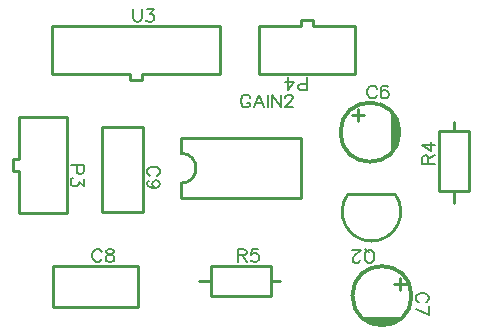
<source format=gto>
G04 Layer: TopSilkscreenLayer*
G04 EasyEDA v6.5.34, 2023-09-19 01:31:31*
G04 170e72c34f8a4f55a7d3165c71e960a0,2c7f107921f9494b8657ce3d0c88cbd9,10*
G04 Gerber Generator version 0.2*
G04 Scale: 100 percent, Rotated: No, Reflected: No *
G04 Dimensions in millimeters *
G04 leading zeros omitted , absolute positions ,4 integer and 5 decimal *
%FSLAX45Y45*%
%MOMM*%

%ADD10C,0.1524*%
%ADD11C,0.2540*%
%ADD12C,0.3000*%

%LPD*%
D10*
X1663677Y14174190D02*
G01*
X1663677Y14096212D01*
X1669011Y14080718D01*
X1679171Y14070304D01*
X1694919Y14065224D01*
X1705333Y14065224D01*
X1720827Y14070304D01*
X1731241Y14080718D01*
X1736321Y14096212D01*
X1736321Y14174190D01*
X1781025Y14174190D02*
G01*
X1838175Y14174190D01*
X1807187Y14132788D01*
X1822681Y14132788D01*
X1833095Y14127454D01*
X1838175Y14122374D01*
X1843509Y14106626D01*
X1843509Y14096212D01*
X1838175Y14080718D01*
X1827761Y14070304D01*
X1812267Y14065224D01*
X1796773Y14065224D01*
X1781025Y14070304D01*
X1775945Y14075638D01*
X1770611Y14085798D01*
X4113809Y12865077D02*
G01*
X4222775Y12865077D01*
X4113809Y12865077D02*
G01*
X4113809Y12911813D01*
X4118889Y12927561D01*
X4124223Y12932641D01*
X4134637Y12937721D01*
X4145051Y12937721D01*
X4155211Y12932641D01*
X4160545Y12927561D01*
X4165625Y12911813D01*
X4165625Y12865077D01*
X4165625Y12901399D02*
G01*
X4222775Y12937721D01*
X4113809Y13024081D02*
G01*
X4186453Y12972011D01*
X4186453Y13049989D01*
X4113809Y13024081D02*
G01*
X4222775Y13024081D01*
X2552677Y12142190D02*
G01*
X2552677Y12033224D01*
X2552677Y12142190D02*
G01*
X2599413Y12142190D01*
X2615161Y12137110D01*
X2620241Y12131776D01*
X2625321Y12121362D01*
X2625321Y12110948D01*
X2620241Y12100788D01*
X2615161Y12095454D01*
X2599413Y12090374D01*
X2552677Y12090374D01*
X2588999Y12090374D02*
G01*
X2625321Y12033224D01*
X2722095Y12142190D02*
G01*
X2670025Y12142190D01*
X2664945Y12095454D01*
X2670025Y12100788D01*
X2685773Y12105868D01*
X2701267Y12105868D01*
X2716761Y12100788D01*
X2727175Y12090374D01*
X2732509Y12074626D01*
X2732509Y12064212D01*
X2727175Y12048718D01*
X2716761Y12038304D01*
X2701267Y12033224D01*
X2685773Y12033224D01*
X2670025Y12038304D01*
X2664945Y12043638D01*
X2659611Y12053798D01*
X3677180Y12025909D02*
G01*
X3687594Y12030989D01*
X3698008Y12041403D01*
X3703088Y12051817D01*
X3708422Y12067311D01*
X3708422Y12093473D01*
X3703088Y12108967D01*
X3698008Y12119381D01*
X3687594Y12129795D01*
X3677180Y12134875D01*
X3656352Y12134875D01*
X3645938Y12129795D01*
X3635778Y12119381D01*
X3630444Y12108967D01*
X3625364Y12093473D01*
X3625364Y12067311D01*
X3630444Y12051817D01*
X3635778Y12041403D01*
X3645938Y12030989D01*
X3656352Y12025909D01*
X3677180Y12025909D01*
X3661686Y12114301D02*
G01*
X3630444Y12145289D01*
X3585740Y12051817D02*
G01*
X3585740Y12046737D01*
X3580660Y12036323D01*
X3575326Y12030989D01*
X3564912Y12025909D01*
X3544338Y12025909D01*
X3533924Y12030989D01*
X3528590Y12036323D01*
X3523510Y12046737D01*
X3523510Y12057151D01*
X3528590Y12067311D01*
X3539004Y12083059D01*
X3591074Y12134875D01*
X3518176Y12134875D01*
X1245590Y12852422D02*
G01*
X1136624Y12852422D01*
X1245590Y12852422D02*
G01*
X1245590Y12805686D01*
X1240510Y12789938D01*
X1235176Y12784858D01*
X1224762Y12779778D01*
X1209268Y12779778D01*
X1198854Y12784858D01*
X1193774Y12789938D01*
X1188440Y12805686D01*
X1188440Y12852422D01*
X1245590Y12735074D02*
G01*
X1245590Y12677924D01*
X1204188Y12708912D01*
X1204188Y12693418D01*
X1198854Y12683004D01*
X1193774Y12677924D01*
X1178026Y12672590D01*
X1167612Y12672590D01*
X1152118Y12677924D01*
X1141704Y12688338D01*
X1136624Y12703832D01*
X1136624Y12719326D01*
X1141704Y12735074D01*
X1147038Y12740154D01*
X1157198Y12745488D01*
X3136922Y13486409D02*
G01*
X3136922Y13595375D01*
X3136922Y13486409D02*
G01*
X3090186Y13486409D01*
X3074438Y13491489D01*
X3069358Y13496823D01*
X3064278Y13507237D01*
X3064278Y13522731D01*
X3069358Y13533145D01*
X3074438Y13538225D01*
X3090186Y13543559D01*
X3136922Y13543559D01*
X2977918Y13486409D02*
G01*
X3029988Y13559053D01*
X2952010Y13559053D01*
X2977918Y13486409D02*
G01*
X2977918Y13595375D01*
X2656055Y13424382D02*
G01*
X2650721Y13434796D01*
X2640561Y13445210D01*
X2630147Y13450290D01*
X2609319Y13450290D01*
X2598905Y13445210D01*
X2588491Y13434796D01*
X2583411Y13424382D01*
X2578077Y13408888D01*
X2578077Y13382726D01*
X2583411Y13367232D01*
X2588491Y13356818D01*
X2598905Y13346404D01*
X2609319Y13341324D01*
X2630147Y13341324D01*
X2640561Y13346404D01*
X2650721Y13356818D01*
X2656055Y13367232D01*
X2656055Y13382726D01*
X2630147Y13382726D02*
G01*
X2656055Y13382726D01*
X2732001Y13450290D02*
G01*
X2690345Y13341324D01*
X2732001Y13450290D02*
G01*
X2773403Y13341324D01*
X2705839Y13377646D02*
G01*
X2757909Y13377646D01*
X2807693Y13450290D02*
G01*
X2807693Y13341324D01*
X2841983Y13450290D02*
G01*
X2841983Y13341324D01*
X2841983Y13450290D02*
G01*
X2914881Y13341324D01*
X2914881Y13450290D02*
G01*
X2914881Y13341324D01*
X2954251Y13424382D02*
G01*
X2954251Y13429462D01*
X2959331Y13439876D01*
X2964665Y13445210D01*
X2975079Y13450290D01*
X2995907Y13450290D01*
X3006321Y13445210D01*
X3011401Y13439876D01*
X3016481Y13429462D01*
X3016481Y13419048D01*
X3011401Y13408888D01*
X3000987Y13393140D01*
X2949171Y13341324D01*
X3021815Y13341324D01*
X3726157Y13500582D02*
G01*
X3720823Y13510996D01*
X3710409Y13521410D01*
X3699995Y13526490D01*
X3679167Y13526490D01*
X3669007Y13521410D01*
X3658593Y13510996D01*
X3653259Y13500582D01*
X3648179Y13485088D01*
X3648179Y13458926D01*
X3653259Y13443432D01*
X3658593Y13433018D01*
X3669007Y13422604D01*
X3679167Y13417524D01*
X3699995Y13417524D01*
X3710409Y13422604D01*
X3720823Y13433018D01*
X3726157Y13443432D01*
X3822677Y13510996D02*
G01*
X3817597Y13521410D01*
X3801849Y13526490D01*
X3791435Y13526490D01*
X3775941Y13521410D01*
X3765527Y13505662D01*
X3760447Y13479754D01*
X3760447Y13453846D01*
X3765527Y13433018D01*
X3775941Y13422604D01*
X3791435Y13417524D01*
X3796769Y13417524D01*
X3812263Y13422604D01*
X3822677Y13433018D01*
X3827757Y13448512D01*
X3827757Y13453846D01*
X3822677Y13469340D01*
X3812263Y13479754D01*
X3796769Y13485088D01*
X3791435Y13485088D01*
X3775941Y13479754D01*
X3765527Y13469340D01*
X3760447Y13453846D01*
X4140581Y11691744D02*
G01*
X4150995Y11697078D01*
X4161409Y11707238D01*
X4166743Y11717652D01*
X4166743Y11738480D01*
X4161409Y11748894D01*
X4150995Y11759308D01*
X4140581Y11764388D01*
X4125086Y11769722D01*
X4099179Y11769722D01*
X4083431Y11764388D01*
X4073016Y11759308D01*
X4062602Y11748894D01*
X4057522Y11738480D01*
X4057522Y11717652D01*
X4062602Y11707238D01*
X4073016Y11697078D01*
X4083431Y11691744D01*
X4166743Y11584810D02*
G01*
X4057522Y11636626D01*
X4166743Y11657454D02*
G01*
X4166743Y11584810D01*
X1398755Y12116282D02*
G01*
X1393421Y12126696D01*
X1383261Y12137110D01*
X1372847Y12142190D01*
X1352019Y12142190D01*
X1341605Y12137110D01*
X1331191Y12126696D01*
X1326111Y12116282D01*
X1320777Y12100788D01*
X1320777Y12074626D01*
X1326111Y12059132D01*
X1331191Y12048718D01*
X1341605Y12038304D01*
X1352019Y12033224D01*
X1372847Y12033224D01*
X1383261Y12038304D01*
X1393421Y12048718D01*
X1398755Y12059132D01*
X1458953Y12142190D02*
G01*
X1443459Y12137110D01*
X1438125Y12126696D01*
X1438125Y12116282D01*
X1443459Y12105868D01*
X1453873Y12100788D01*
X1474701Y12095454D01*
X1490195Y12090374D01*
X1500609Y12079960D01*
X1505689Y12069546D01*
X1505689Y12053798D01*
X1500609Y12043638D01*
X1495275Y12038304D01*
X1479781Y12033224D01*
X1458953Y12033224D01*
X1443459Y12038304D01*
X1438125Y12043638D01*
X1433045Y12053798D01*
X1433045Y12069546D01*
X1438125Y12079960D01*
X1448539Y12090374D01*
X1464287Y12095454D01*
X1484861Y12100788D01*
X1495275Y12105868D01*
X1500609Y12116282D01*
X1500609Y12126696D01*
X1495275Y12137110D01*
X1479781Y12142190D01*
X1458953Y12142190D01*
X1867382Y12761744D02*
G01*
X1877796Y12767078D01*
X1888210Y12777238D01*
X1893290Y12787652D01*
X1893290Y12808480D01*
X1888210Y12818894D01*
X1877796Y12829308D01*
X1867382Y12834388D01*
X1851888Y12839722D01*
X1825726Y12839722D01*
X1810232Y12834388D01*
X1799818Y12829308D01*
X1789404Y12818894D01*
X1784324Y12808480D01*
X1784324Y12787652D01*
X1789404Y12777238D01*
X1799818Y12767078D01*
X1810232Y12761744D01*
X1856968Y12659890D02*
G01*
X1841474Y12665224D01*
X1831060Y12675638D01*
X1825726Y12691132D01*
X1825726Y12696212D01*
X1831060Y12711960D01*
X1841474Y12722374D01*
X1856968Y12727454D01*
X1862048Y12727454D01*
X1877796Y12722374D01*
X1888210Y12711960D01*
X1893290Y12696212D01*
X1893290Y12691132D01*
X1888210Y12675638D01*
X1877796Y12665224D01*
X1856968Y12659890D01*
X1831060Y12659890D01*
X1804898Y12665224D01*
X1789404Y12675638D01*
X1784324Y12691132D01*
X1784324Y12701546D01*
X1789404Y12717040D01*
X1799818Y12722374D01*
G36*
X3849725Y13296900D02*
G01*
X3849725Y12966700D01*
X3859276Y12976453D01*
X3868267Y12986715D01*
X3876649Y12997535D01*
X3884371Y13008813D01*
X3891381Y13020548D01*
X3897680Y13032689D01*
X3903218Y13045186D01*
X3908044Y13057987D01*
X3912057Y13071043D01*
X3915308Y13084302D01*
X3917746Y13097763D01*
X3919372Y13111327D01*
X3920185Y13124942D01*
X3920185Y13138657D01*
X3919372Y13152272D01*
X3917746Y13165836D01*
X3915308Y13179298D01*
X3912057Y13192556D01*
X3908044Y13205612D01*
X3903218Y13218413D01*
X3897680Y13230910D01*
X3891381Y13243051D01*
X3884371Y13254786D01*
X3876649Y13266064D01*
X3868267Y13276884D01*
X3859276Y13287146D01*
G37*
G36*
X3606800Y11568074D02*
G01*
X3616553Y11558524D01*
X3626815Y11549532D01*
X3637635Y11541150D01*
X3648913Y11533428D01*
X3660648Y11526418D01*
X3672789Y11520119D01*
X3685286Y11514582D01*
X3698087Y11509756D01*
X3711143Y11505742D01*
X3724401Y11502491D01*
X3737864Y11500053D01*
X3751427Y11498427D01*
X3765042Y11497614D01*
X3778758Y11497614D01*
X3792372Y11498427D01*
X3805936Y11500053D01*
X3819398Y11502491D01*
X3832656Y11505742D01*
X3845712Y11509756D01*
X3858514Y11514582D01*
X3871010Y11520119D01*
X3883151Y11526418D01*
X3894886Y11533428D01*
X3906164Y11541150D01*
X3916984Y11549532D01*
X3927246Y11558524D01*
X3937000Y11568074D01*
G37*
D11*
X2400297Y13627100D02*
G01*
X1739900Y13627100D01*
X1638300Y13627100D02*
G01*
X977900Y13627100D01*
X1638300Y13576300D02*
G01*
X1638300Y13627100D01*
X1739900Y13627100D02*
G01*
X1739900Y13576300D01*
X1739900Y13576300D02*
G01*
X1638300Y13576300D01*
X977900Y14033500D02*
G01*
X2400297Y14033500D01*
X2400297Y13627100D02*
G01*
X2400297Y14033500D01*
X977900Y13627100D02*
G01*
X977900Y14033500D01*
X4254500Y12636500D02*
G01*
X4254500Y12890500D01*
X4254500Y13144500D01*
X4508500Y13144500D01*
X4508500Y12636500D01*
X4254500Y12636500D01*
X4381500Y12636500D02*
G01*
X4381500Y12534900D01*
X4381500Y13144500D02*
G01*
X4381500Y13220700D01*
X2324100Y12001500D02*
G01*
X2578100Y12001500D01*
X2832100Y12001500D01*
X2832100Y11747500D01*
X2324100Y11747500D01*
X2324100Y12001500D01*
X2324100Y11874500D02*
G01*
X2222500Y11874500D01*
X2832100Y11874500D02*
G01*
X2908300Y11874500D01*
X3485009Y12608687D02*
G01*
X3880990Y12608687D01*
X1104900Y13258800D02*
G01*
X1104900Y12446000D01*
X698500Y12446000D02*
G01*
X698500Y12801600D01*
X698500Y12446000D02*
G01*
X1104900Y12446000D01*
X698500Y12903200D02*
G01*
X698500Y13258800D01*
X647700Y12801600D02*
G01*
X647700Y12903200D01*
X698500Y12801600D02*
G01*
X647700Y12801600D01*
X647700Y12903200D02*
G01*
X698500Y12903200D01*
X698500Y13258800D02*
G01*
X1104900Y13258800D01*
X3543300Y13627100D02*
G01*
X2730500Y13627100D01*
X2730500Y14033500D02*
G01*
X3086100Y14033500D01*
X2730500Y14033500D02*
G01*
X2730500Y13627100D01*
X3187700Y14033500D02*
G01*
X3543300Y14033500D01*
X3086100Y14084300D02*
G01*
X3187700Y14084300D01*
X3086100Y14033500D02*
G01*
X3086100Y14084300D01*
X3187700Y14084300D02*
G01*
X3187700Y14033500D01*
X3543300Y14033500D02*
G01*
X3543300Y13627100D01*
X3086100Y12573000D02*
G01*
X3086100Y13081000D01*
X2070100Y12573000D02*
G01*
X2070100Y12700000D01*
X3086100Y12573000D02*
G01*
X2070100Y12573000D01*
X3086100Y13081000D02*
G01*
X2070100Y13081000D01*
X2070100Y12954000D02*
G01*
X2070100Y13081000D01*
X3518687Y13281787D02*
G01*
X3620287Y13281787D01*
X3570300Y13331799D02*
G01*
X3570300Y13230199D01*
X3921886Y11899112D02*
G01*
X3921886Y11797512D01*
X3971899Y11847499D02*
G01*
X3870299Y11847499D01*
X986190Y11998703D02*
G01*
X1706184Y11998700D01*
X1706184Y11998703D02*
G01*
X1706184Y11648699D01*
X1706184Y11648696D02*
G01*
X986190Y11648699D01*
X986190Y11648696D02*
G01*
X986190Y11998700D01*
X1749803Y13174309D02*
G01*
X1749800Y12454315D01*
X1749803Y12454315D02*
G01*
X1399799Y12454315D01*
X1399796Y12454315D02*
G01*
X1399799Y13174309D01*
X1399796Y13174309D02*
G01*
X1749800Y13174309D01*
G75*
G01*
X3484880Y12608814D02*
G03*
X3881120Y12608814I198120J-149840D01*
G75*
G01*
X2070100Y12954000D02*
G02*
X2070100Y12700000I0J-127000D01*
D12*
G75*
G01
X3920312Y13131800D02*
G03X3920312Y13131800I-250012J0D01*
G75*
G01
X4021912Y11747500D02*
G03X4021912Y11747500I-250012J0D01*
M02*

</source>
